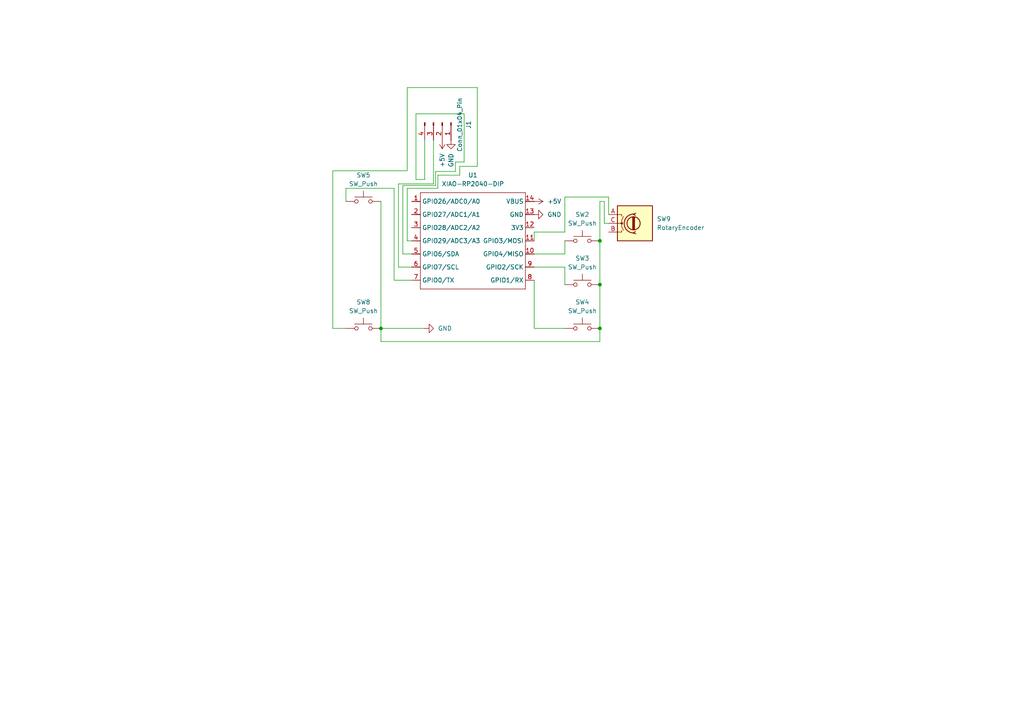
<source format=kicad_sch>
(kicad_sch (version 20250114) (generator "eeschema") (generator_version "9.0")
  (paper "A4")
  (lib_symbols
    (symbol "Connector:Conn_01x04_Pin" (pin_names (offset 1.016) (hide yes))
      (property "Reference" "J" (at 0 5.08 0))
      (property "Value" "Conn_01x04_Pin" (at 0 -7.62 0))
      (symbol "Conn_01x04_Pin_1_1"
        (rectangle (start 0.8636 2.667) (end 0 2.413) (stroke (width 0.1524)) (fill (type outline)))
        (rectangle (start 0.8636 0.127) (end 0 -0.127) (stroke (width 0.1524)) (fill (type outline)))
        (rectangle (start 0.8636 -2.413) (end 0 -2.667) (stroke (width 0.1524)) (fill (type outline)))
        (rectangle (start 0.8636 -4.953) (end 0 -5.207) (stroke (width 0.1524)) (fill (type outline)))
        (polyline (pts (xy 1.27 2.54) (xy 0.8636 2.54)) (stroke (width 0.1524)))
        (polyline (pts (xy 1.27 0) (xy 0.8636 0)) (stroke (width 0.1524)))
        (polyline (pts (xy 1.27 -2.54) (xy 0.8636 -2.54)) (stroke (width 0.1524)))
        (polyline (pts (xy 1.27 -5.08) (xy 0.8636 -5.08)) (stroke (width 0.1524)))
        (pin passive line (at 5.08 2.54 180) (length 3.81) (name "Pin_1") (number "1"))
        (pin passive line (at 5.08 0 180) (length 3.81) (name "Pin_2") (number "2"))
        (pin passive line (at 5.08 -2.54 180) (length 3.81) (name "Pin_3") (number "3"))
        (pin passive line (at 5.08 -5.08 180) (length 3.81) (name "Pin_4") (number "4"))
      )
    )
    (symbol "Device:RotaryEncoder" (pin_names (offset 0.254) (hide yes))
      (property "Reference" "SW" (at 0 6.604 0))
      (property "Value" "RotaryEncoder" (at 0 -6.604 0))
      (symbol "RotaryEncoder_0_1"
        (rectangle (start -5.08 5.08) (end 5.08 -5.08) (stroke (width 0.254)) (fill (type background)))
        (polyline (pts (xy -5.08 2.54) (xy -3.81 2.54) (xy -3.81 2.032)))
        (polyline (pts (xy -5.08 0) (xy -3.81 0) (xy -3.81 -1.016) (xy -3.302 -2.032)))
        (polyline (pts (xy -5.08 -2.54) (xy -3.81 -2.54) (xy -3.81 -2.032)))
        (polyline (pts (xy -4.318 0) (xy -3.81 0) (xy -3.81 1.016) (xy -3.302 2.032)))
        (circle (center -3.81 0) (radius 0.254) (fill (type outline)))
        (polyline (pts (xy -0.635 -1.778) (xy -0.635 1.778)) (stroke (width 0.254)))
        (circle (center -0.381 0) (radius 1.905) (stroke (width 0.254)))
        (polyline (pts (xy -0.381 -1.778) (xy -0.381 1.778)) (stroke (width 0.254)))
        (arc (start -0.381 -2.794) (mid -3.0988 -0.0635) (end -0.381 2.667) (stroke (width 0.254)))
        (polyline (pts (xy -0.127 1.778) (xy -0.127 -1.778)) (stroke (width 0.254)))
        (polyline (pts (xy 0.254 2.921) (xy -0.508 2.667) (xy 0.127 2.286)) (stroke (width 0.254)))
        (polyline (pts (xy 0.254 -3.048) (xy -0.508 -2.794) (xy 0.127 -2.413)) (stroke (width 0.254)))
      )
      (symbol "RotaryEncoder_1_1"
        (pin passive line (at -7.62 2.54 0) (length 2.54) (name "A") (number "A"))
        (pin passive line (at -7.62 0 0) (length 2.54) (name "C") (number "C"))
        (pin passive line (at -7.62 -2.54 0) (length 2.54) (name "B") (number "B"))
      )
    )
    (symbol "Seeed_Studio_XIAO_Series:XIAO-RP2040-DIP"
      (property "Reference" "U" (at 0 0 0))
      (property "Value" "XIAO-RP2040-DIP" (at 5.334 -1.778 0))
      (symbol "XIAO-RP2040-DIP_1_0"
        (polyline (pts (xy -1.27 -2.54) (xy 29.21 -2.54)) (stroke (width 0.1524)))
        (polyline (pts (xy -1.27 -5.08) (xy -2.54 -5.08)) (stroke (width 0.1524)))
        (polyline (pts (xy -1.27 -5.08) (xy -1.27 -2.54)) (stroke (width 0.1524)))
        (polyline (pts (xy -1.27 -8.89) (xy -2.54 -8.89)) (stroke (width 0.1524)))
        (polyline (pts (xy -1.27 -8.89) (xy -1.27 -5.08)) (stroke (width 0.1524)))
        (polyline (pts (xy -1.27 -12.7) (xy -2.54 -12.7)) (stroke (width 0.1524)))
        (polyline (pts (xy -1.27 -12.7) (xy -1.27 -8.89)) (stroke (width 0.1524)))
        (polyline (pts (xy -1.27 -16.51) (xy -2.54 -16.51)) (stroke (width 0.1524)))
        (polyline (pts (xy -1.27 -16.51) (xy -1.27 -12.7)) (stroke (width 0.1524)))
        (polyline (pts (xy -1.27 -20.32) (xy -2.54 -20.32)) (stroke (width 0.1524)))
        (polyline (pts (xy -1.27 -24.13) (xy -2.54 -24.13)) (stroke (width 0.1524)))
        (polyline (pts (xy -1.27 -27.94) (xy -2.54 -27.94)) (stroke (width 0.1524)))
        (polyline (pts (xy -1.27 -30.48) (xy -1.27 -16.51)) (stroke (width 0.1524)))
        (polyline (pts (xy 29.21 -2.54) (xy 29.21 -5.08)) (stroke (width 0.1524)))
        (polyline (pts (xy 29.21 -5.08) (xy 29.21 -8.89)) (stroke (width 0.1524)))
        (polyline (pts (xy 29.21 -8.89) (xy 29.21 -12.7)) (stroke (width 0.1524)))
        (polyline (pts (xy 29.21 -12.7) (xy 29.21 -30.48)) (stroke (width 0.1524)))
        (polyline (pts (xy 29.21 -30.48) (xy -1.27 -30.48)) (stroke (width 0.1524)))
        (polyline (pts (xy 30.48 -5.08) (xy 29.21 -5.08)) (stroke (width 0.1524)))
        (polyline (pts (xy 30.48 -8.89) (xy 29.21 -8.89)) (stroke (width 0.1524)))
        (polyline (pts (xy 30.48 -12.7) (xy 29.21 -12.7)) (stroke (width 0.1524)))
        (polyline (pts (xy 30.48 -16.51) (xy 29.21 -16.51)) (stroke (width 0.1524)))
        (polyline (pts (xy 30.48 -20.32) (xy 29.21 -20.32)) (stroke (width 0.1524)))
        (polyline (pts (xy 30.48 -24.13) (xy 29.21 -24.13)) (stroke (width 0.1524)))
        (polyline (pts (xy 30.48 -27.94) (xy 29.21 -27.94)) (stroke (width 0.1524)))
        (pin passive line (at -3.81 -5.08 0) (length 2.54) (name "GPIO26/ADC0/A0") (number "1"))
        (pin passive line (at -3.81 -8.89 0) (length 2.54) (name "GPIO27/ADC1/A1") (number "2"))
        (pin passive line (at -3.81 -12.7 0) (length 2.54) (name "GPIO28/ADC2/A2") (number "3"))
        (pin passive line (at -3.81 -16.51 0) (length 2.54) (name "GPIO29/ADC3/A3") (number "4"))
        (pin passive line (at -3.81 -20.32 0) (length 2.54) (name "GPIO6/SDA") (number "5"))
        (pin passive line (at -3.81 -24.13 0) (length 2.54) (name "GPIO7/SCL") (number "6"))
        (pin passive line (at -3.81 -27.94 0) (length 2.54) (name "GPIO0/TX") (number "7"))
        (pin passive line (at 31.75 -5.08 180) (length 2.54) (name "VBUS") (number "14"))
        (pin passive line (at 31.75 -8.89 180) (length 2.54) (name "GND") (number "13"))
        (pin passive line (at 31.75 -12.7 180) (length 2.54) (name "3V3") (number "12"))
        (pin passive line (at 31.75 -16.51 180) (length 2.54) (name "GPIO3/MOSI") (number "11"))
        (pin passive line (at 31.75 -20.32 180) (length 2.54) (name "GPIO4/MISO") (number "10"))
        (pin passive line (at 31.75 -24.13 180) (length 2.54) (name "GPIO2/SCK") (number "9"))
        (pin passive line (at 31.75 -27.94 180) (length 2.54) (name "GPIO1/RX") (number "8"))
      )
    )
    (symbol "Switch:SW_Push" (pin_numbers (hide yes)) (pin_names (offset 1.016) (hide yes))
      (property "Reference" "SW" (at 1.27 2.54 0))
      (property "Value" "SW_Push" (at 0 -1.524 0))
      (symbol "SW_Push_0_1"
        (circle (center -2.032 0) (radius 0.508))
        (polyline (pts (xy 0 1.27) (xy 0 3.048)))
        (circle (center 2.032 0) (radius 0.508))
        (polyline (pts (xy 2.54 1.27) (xy -2.54 1.27)))
        (pin passive line (at -5.08 0 0) (length 2.54) (name "1") (number "1"))
        (pin passive line (at 5.08 0 180) (length 2.54) (name "2") (number "2"))
      )
    )
    (symbol "power:+5V" (power) (pin_numbers (hide yes)) (pin_names (offset 0) (hide yes))
      (property "Value" "+5V" (at 0 3.556 0))
      (symbol "+5V_0_1"
        (polyline (pts (xy -0.762 1.27) (xy 0 2.54)))
        (polyline (pts (xy 0 2.54) (xy 0.762 1.27)))
        (polyline (pts (xy 0 0) (xy 0 2.54)))
      )
      (symbol "+5V_1_1"
        (pin power_in line (at 0 0 90) (length 0) (name "~") (number "1"))
      )
    )
    (symbol "power:GND" (power) (pin_numbers (hide yes)) (pin_names (offset 0) (hide yes))
      (property "Value" "GND" (at 0 -3.81 0))
      (symbol "GND_0_1"
        (polyline (pts (xy 0 0) (xy 0 -1.27) (xy 1.27 -1.27) (xy 0 -2.54) (xy -1.27 -1.27) (xy 0 -1.27)))
      )
      (symbol "GND_1_1"
        (pin power_in line (at 0 0 270) (length 0) (name "~") (number "1"))
      )
    )
  )
  (junction (at 110.49 95.25))
  (junction (at 173.99 82.55))
  (junction (at 173.99 95.25))
  (junction (at 173.99 69.85))
  (wire (pts (xy 120.65 52.07) (xy 120.65 33.02)))
  (wire (pts (xy 163.83 69.85) (xy 163.83 73.66)))
  (wire (pts (xy 118.11 69.85) (xy 119.38 69.85)))
  (wire (pts (xy 96.52 95.25) (xy 96.52 49.53)))
  (wire (pts (xy 176.53 57.15) (xy 163.83 57.15)))
  (wire (pts (xy 118.11 49.53) (xy 118.11 25.4)))
  (wire (pts (xy 138.43 48.26) (xy 133.35 48.26)))
  (wire (pts (xy 163.83 95.25) (xy 154.94 95.25)))
  (wire (pts (xy 110.49 99.06) (xy 173.99 99.06)))
  (wire (pts (xy 118.11 25.4) (xy 138.43 25.4)))
  (wire (pts (xy 175.26 64.77) (xy 176.53 64.77)))
  (wire (pts (xy 125.73 53.34) (xy 115.57 53.34)))
  (wire (pts (xy 114.3 81.28) (xy 119.38 81.28)))
  (wire (pts (xy 125.73 40.64) (xy 125.73 53.34)))
  (wire (pts (xy 127 54.61) (xy 118.11 54.61)))
  (wire (pts (xy 115.57 77.47) (xy 119.38 77.47)))
  (wire (pts (xy 132.08 46.99) (xy 132.08 49.7295)))
  (wire (pts (xy 134.62 46.99) (xy 132.08 46.99)))
  (wire (pts (xy 114.3 54.61) (xy 114.3 81.28)))
  (wire (pts (xy 116.84 53.8034) (xy 116.84 73.66)))
  (wire (pts (xy 173.99 69.85) (xy 173.99 82.55)))
  (wire (pts (xy 100.33 95.25) (xy 96.52 95.25)))
  (wire (pts (xy 127 50.8) (xy 127 54.61)))
  (wire (pts (xy 116.84 73.66) (xy 119.38 73.66)))
  (wire (pts (xy 163.83 57.15) (xy 163.83 67.31)))
  (wire (pts (xy 173.99 82.55) (xy 173.99 95.25)))
  (wire (pts (xy 163.83 73.66) (xy 154.94 73.66)))
  (wire (pts (xy 163.83 82.55) (xy 163.83 77.47)))
  (wire (pts (xy 154.94 67.31) (xy 154.94 69.85)))
  (wire (pts (xy 132.08 49.7295) (xy 126.3354 49.7295)))
  (wire (pts (xy 154.94 81.28) (xy 154.94 95.25)))
  (wire (pts (xy 173.99 99.06) (xy 173.99 95.25)))
  (wire (pts (xy 134.62 33.02) (xy 134.62 46.99)))
  (wire (pts (xy 133.35 50.8) (xy 127 50.8)))
  (wire (pts (xy 175.26 58.42) (xy 175.26 64.77)))
  (wire (pts (xy 100.33 54.61) (xy 114.3 54.61)))
  (wire (pts (xy 123.19 52.07) (xy 120.65 52.07)))
  (wire (pts (xy 100.33 58.42) (xy 100.33 54.61)))
  (wire (pts (xy 163.83 77.47) (xy 154.94 77.47)))
  (wire (pts (xy 176.53 62.23) (xy 176.53 57.15)))
  (wire (pts (xy 133.35 48.26) (xy 133.35 50.8)))
  (wire (pts (xy 110.49 95.25) (xy 123.19 95.25)))
  (wire (pts (xy 126.3354 53.8034) (xy 116.84 53.8034)))
  (wire (pts (xy 163.83 67.31) (xy 154.94 67.31)))
  (wire (pts (xy 173.99 58.42) (xy 173.99 69.85)))
  (wire (pts (xy 110.49 99.06) (xy 110.49 95.25)))
  (wire (pts (xy 118.11 54.61) (xy 118.11 69.85)))
  (wire (pts (xy 173.99 58.42) (xy 175.26 58.42)))
  (wire (pts (xy 123.19 40.64) (xy 123.19 52.07)))
  (wire (pts (xy 126.3354 49.7295) (xy 126.3354 53.8034)))
  (wire (pts (xy 115.57 53.34) (xy 115.57 77.47)))
  (wire (pts (xy 96.52 49.53) (xy 118.11 49.53)))
  (wire (pts (xy 138.43 25.4) (xy 138.43 48.26)))
  (wire (pts (xy 120.65 33.02) (xy 134.62 33.02)))
  (wire (pts (xy 110.49 58.42) (xy 110.49 95.25)))
  (symbol (lib_id "power:+5V") (at 128.27 40.64 180) (unit 1)
    (property "Reference" "#PWR04" (effects (hide yes)))
    (property "Value" "+5V" (at 128.2701 44.45 90) (effects (justify left)))
    (property "Description" "Power symbol creates a global label with name \"+5V\"" (effects (hide yes)))
  )
  (symbol (lib_id "power:GND") (at 154.94 62.23 90) (unit 1)
    (property "Reference" "#PWR01" (effects (hide yes)))
    (property "Value" "GND" (at 158.75 62.2299 90) (effects (justify right)))
    (property "Description" "Power symbol creates a global label with name \"GND\" , ground" (effects (hide yes)))
  )
  (symbol (lib_id "Switch:SW_Push") (at 168.91 69.85 0) (unit 1)
    (property "Reference" "SW2" (at 168.91 62.23 0))
    (property "Value" "SW_Push" (at 168.91 64.77 0))
    (property "Footprint" "Button_Switch_Keyboard:SW_Cherry_MX_1.00u_PCB" (effects (hide yes)))
    (property "Description" "Push button switch, generic, two pins" (effects (hide yes)))
  )
  (symbol (lib_id "power:GND") (at 123.19 95.25 90) (unit 1)
    (property "Reference" "#PWR02" (effects (hide yes)))
    (property "Value" "GND" (at 127 95.2499 90) (effects (justify right)))
    (property "Description" "Power symbol creates a global label with name \"GND\" , ground" (effects (hide yes)))
  )
  (symbol (lib_id "Connector:Conn_01x04_Pin") (at 128.27 35.56 270) (unit 1)
    (property "Reference" "J1" (at 135.89 36.195 0))
    (property "Value" "Conn_01x04_Pin" (at 133.35 36.195 0))
    (property "Footprint" "KiCad-SSD1306-0.91-OLED-4pin-128x32.pretty-master:SSD1306-0.91-OLED-4pin-128x32" (effects (hide yes)))
    (property "Description" "Generic connector, single row, 01x04, script generated" (effects (hide yes)))
  )
  (symbol (lib_id "power:GND") (at 130.81 40.64 0) (unit 1)
    (property "Reference" "#PWR03" (effects (hide yes)))
    (property "Value" "GND" (at 130.8101 44.45 90) (effects (justify right)))
    (property "Description" "Power symbol creates a global label with name \"GND\" , ground" (effects (hide yes)))
  )
  (symbol (lib_id "Device:RotaryEncoder") (at 184.15 64.77 0) (unit 1)
    (property "Reference" "SW9" (at 190.5 63.4999 0) (effects (justify left)))
    (property "Value" "RotaryEncoder" (at 190.5 66.0399 0) (effects (justify left)))
    (property "Footprint" "Rotary_Encoder:RotaryEncoder_Alps_EC11E-Switch_Vertical_H20mm" (effects (hide yes)))
    (property "Description" "Rotary encoder, dual channel, incremental quadrate outputs" (effects (hide yes)))
  )
  (symbol (lib_id "Switch:SW_Push") (at 168.91 95.25 0) (unit 1)
    (property "Reference" "SW4" (at 168.91 87.63 0))
    (property "Value" "SW_Push" (at 168.91 90.17 0))
    (property "Footprint" "Button_Switch_Keyboard:SW_Cherry_MX_1.00u_PCB" (effects (hide yes)))
    (property "Description" "Push button switch, generic, two pins" (effects (hide yes)))
  )
  (symbol (lib_id "power:+5V") (at 154.94 58.42 270) (unit 1)
    (property "Reference" "#PWR05" (effects (hide yes)))
    (property "Value" "+5V" (at 158.75 58.4199 90) (effects (justify left)))
    (property "Description" "Power symbol creates a global label with name \"+5V\"" (effects (hide yes)))
  )
  (symbol (lib_id "Switch:SW_Push") (at 105.41 95.25 0) (unit 1)
    (property "Reference" "SW8" (at 105.41 87.63 0))
    (property "Value" "SW_Push" (at 105.41 90.17 0))
    (property "Footprint" "Button_Switch_Keyboard:SW_Cherry_MX_1.00u_PCB" (effects (hide yes)))
    (property "Description" "Push button switch, generic, two pins" (effects (hide yes)))
  )
  (symbol (lib_id "Seeed_Studio_XIAO_Series:XIAO-RP2040-DIP") (at 123.19 53.34 0) (unit 1)
    (property "Reference" "U1" (at 137.16 50.8 0))
    (property "Value" "XIAO-RP2040-DIP" (at 137.16 53.34 0))
    (property "Footprint" "Seeed Studio XIAO Series Library:XIAO-RP2040-DIP" (effects (hide yes)))
  )
  (symbol (lib_id "Switch:SW_Push") (at 105.41 58.42 0) (unit 1)
    (property "Reference" "SW5" (at 105.41 50.8 0))
    (property "Value" "SW_Push" (at 105.41 53.34 0))
    (property "Footprint" "Button_Switch_Keyboard:SW_Cherry_MX_1.00u_PCB" (effects (hide yes)))
    (property "Description" "Push button switch, generic, two pins" (effects (hide yes)))
  )
  (symbol (lib_id "Switch:SW_Push") (at 168.91 82.55 0) (unit 1)
    (property "Reference" "SW3" (at 168.91 74.93 0))
    (property "Value" "SW_Push" (at 168.91 77.47 0))
    (property "Footprint" "Button_Switch_Keyboard:SW_Cherry_MX_1.00u_PCB" (effects (hide yes)))
    (property "Description" "Push button switch, generic, two pins" (effects (hide yes)))
  )
)
</source>
